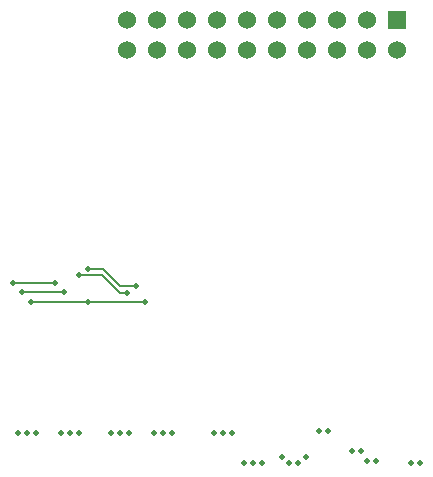
<source format=gbr>
G04 start of page 4 for group 2 idx 13 *
G04 Title: (unknown), jump *
G04 Creator: pcb 4.2.0 *
G04 CreationDate: Mon Sep 28 04:23:24 2020 UTC *
G04 For: commonadmin *
G04 Format: Gerber/RS-274X *
G04 PCB-Dimensions (mil): 2000.00 2300.00 *
G04 PCB-Coordinate-Origin: lower left *
%MOIN*%
%FSLAX25Y25*%
%LNBOTTOM*%
%ADD23C,0.0380*%
%ADD22C,0.0100*%
%ADD21C,0.0600*%
%ADD20C,0.0001*%
%ADD19C,0.0200*%
%ADD18C,0.0060*%
G54D18*X62000Y117000D02*X57000D01*
X61500Y115000D02*X54000D01*
X76000Y106000D02*X38000D01*
X73000Y111500D02*X67500D01*
X62000Y117000D01*
X70000Y109000D02*X67500D01*
X61500Y115000D01*
X49000Y109500D02*X35000D01*
X46000Y112500D02*X32000D01*
G54D19*X124000Y52500D03*
X109000D03*
X112000D03*
X115000D03*
X127000D03*
X121500Y54500D03*
X99000Y62500D03*
X102000D03*
X105000D03*
X134000Y63000D03*
X137000D03*
X129500Y54500D03*
X149999Y53000D03*
X153000D03*
X145000Y56500D03*
X148000D03*
X164500Y52500D03*
X167500D03*
G54D20*G36*
X157000Y203000D02*Y197000D01*
X163000D01*
Y203000D01*
X157000D01*
G37*
G54D21*X150000Y200000D03*
X140000D03*
X160000Y190000D03*
X150000D03*
X140000D03*
X130000D03*
X120000D03*
X110000D03*
X130000Y200000D03*
X120000D03*
X110000D03*
X100000D03*
Y190000D03*
X90000Y200000D03*
X80000D03*
X70000D03*
X90000Y190000D03*
X80000D03*
X70000D03*
G54D19*X39500Y62500D03*
X54000D03*
X51000D03*
X48000D03*
X36500D03*
X33500D03*
X70500D03*
X67500D03*
X64500D03*
X85000D03*
X82000D03*
X79000D03*
X38000Y106000D03*
X57000Y117000D03*
X54000Y115000D03*
X73000Y111500D03*
X70000Y109000D03*
X57000Y106000D03*
X76000D03*
X49000Y109500D03*
X35000D03*
X32000Y112500D03*
X46000D03*
G54D22*G54D23*G54D22*M02*

</source>
